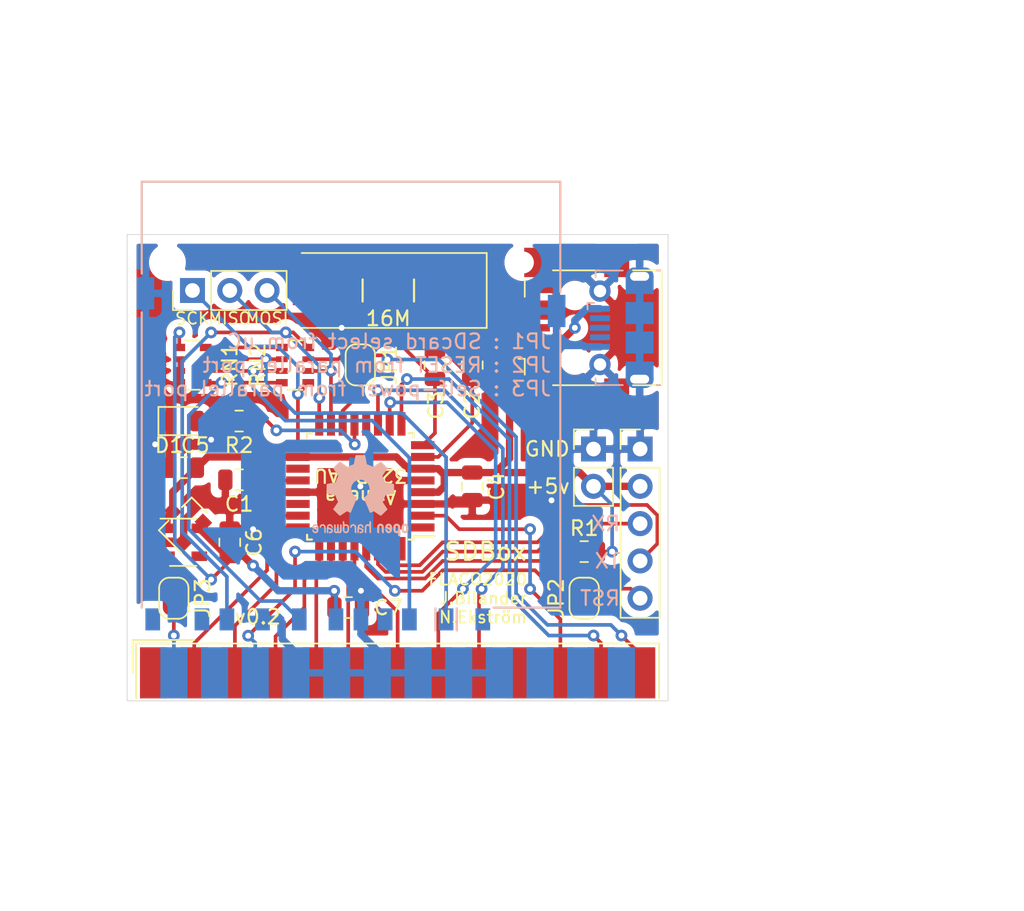
<source format=kicad_pcb>
(kicad_pcb (version 20171130) (host pcbnew 5.1.10-88a1d61d58~89~ubuntu20.04.1)
  (title_block (title "SDBox - Amiga Parallel port SDcard reader") (date 2020-06-25) (rev 0.2) (company "FLACO 2020") (comment 1 "Original design and software of SDBox by jbilander and niklasekstrom") (comment 2 https://github.com/jbilander/sdbox) (comment 3 "This is a personal recreation of the board using SMD parts instead of modules") (comment 4 "Same license as original : GPL3.0 license on Gitbub but marked as OSHW on PCB"))
  (layers (0 F.Cu signal) (31 B.Cu signal) (34 B.Paste user) (35 F.Paste user) (36 B.SilkS user) (37 F.SilkS user) (38 B.Mask user) (39 F.Mask user) (44 Edge.Cuts user))
  (net 0 "")
  (net 1 GND)
  (net 2 "Net-(C1-Pad1)")
  (net 3 "Net-(C2-Pad2)")
  (net 4 "Net-(C3-Pad2)")
  (net 5 +5V)
  (net 6 +3V3)
  (net 7 "Net-(D1-Pad2)")
  (net 8 /RESET)
  (net 9 /Amiga5V)
  (net 10 /SS)
  (net 11 /CLOCK)
  (net 12 /IDLE)
  (net 13 /D7)
  (net 14 /D6)
  (net 15 /D5)
  (net 16 /D4)
  (net 17 /D3)
  (net 18 /D2)
  (net 19 /D1)
  (net 20 /D0)
  (net 21 /TX)
  (net 22 /RX)
  (net 23 /MOSI)
  (net 24 /SCK)
  (net 25 /MISO)
  (net 26 "Net-(JP1-Pad1)")
  (net 27 "Net-(J3-Pad2)")
  (net 28 "Net-(RN1-Pad8)")
  (net 29 "Net-(J1-Pad16)")
  (net 30 /LED)
  (net 31 "Net-(J1-Pad25)")
  (net 32 "Net-(J1-Pad24)")
  (net 33 "Net-(J1-Pad23)")
  (net 34 "Net-(J1-Pad15)")
  (net 35 "Net-(J1-Pad10)")
  (net 36 "Net-(J1-Pad1)")
  (net 37 "Net-(J4-Pad3)")
  (net 38 "Net-(J4-Pad4)")
  (net 39 "Net-(J4-Pad2)")
  (net 40 "Net-(U1-Pad32)")
  (net 41 "Net-(U1-Pad22)")
  (net 42 "Net-(U1-Pad19)")
  (net 43 "Net-(U1-Pad12)")
  (net 44 "Net-(U1-Pad1)")
  (net 45 "Net-(U2-Pad4)")
  (net 46 "Net-(J2-Pad10)")
  (net 47 "Net-(J2-Pad2)")
  (net 48 "Net-(J2-Pad9)")
  (net 49 "Net-(J2-Pad5)")
  (net 50 "Net-(J2-Pad1)")
  (net 51 "Net-(J2-Pad11)")
  (net 52 "Net-(J2-Pad8)")
  (net 53 "Net-(J3-Pad4)")
  (net 54 "Net-(J3-Pad3)")
  (module Connector_PinHeader_2.54mm:PinHeader_1x03_P2.54mm_Vertical (layer F.Cu) (at 113.03 75.565 90)
    (fp_text reference J7 hide)
    (fp_text value PROG)
    (pad 3 thru_hole oval (at 0 5.08 90) (size 1.7 1.7) (drill 1) (layers *.Cu *.Mask) (net 23 /MOSI))
    (pad 2 thru_hole oval (at 0 2.54 90) (size 1.7 1.7) (drill 1) (layers *.Cu *.Mask) (net 25 /MISO))
    (pad 1 thru_hole rect (at 0 0 90) (size 1.7 1.7) (drill 1) (layers *.Cu *.Mask) (net 24 /SCK))
  )
  (module Package_TO_SOT_SMD:SOT-23 (layer F.Cu) (at 112.395 91.313 135)
    (fp_text reference U20 hide)
    (fp_text value XC6206PxxxMR)
    (pad 3 smd rect (at 1 0 135) (size 0.9 0.8) (layers F.Cu F.Paste F.Mask) (net 5 +5V))
    (pad 2 smd rect (at -1 0.95 135) (size 0.9 0.8) (layers F.Cu F.Paste F.Mask) (net 6 +3V3))
    (pad 1 smd rect (at -1 -0.95 135) (size 0.9 0.8) (layers F.Cu F.Paste F.Mask) (net 1 GND))
  )
  (module Sassa:MURATA_CSTCE (layer F.Cu) (at 126.365 75.565 180)
    (fp_text reference Y2 hide)
    (fp_text value 16M)
    (pad 1 smd rect (at -1.2 0 180) (size 0.4 1.9) (layers F.Cu F.Paste F.Mask) (net 3 "Net-(C2-Pad2)"))
    (pad 3 smd rect (at 1.2 0 180) (size 0.4 1.9) (layers F.Cu F.Paste F.Mask) (net 4 "Net-(C3-Pad2)"))
    (pad 2 smd rect (at 0 0 180) (size 0.4 1.9) (layers F.Cu F.Paste F.Mask) (net 1 GND))
  )
  (module Resistor_SMD:R_Array_Convex_4x0603 (layer F.Cu) (at 120.015 80.645 180)
    (fp_text reference RN2 (at 2.54 0 90 unlocked) (layer F.SilkS))
    (fp_text value 4k7)
    (pad 5 smd rect (at 0.9 1.2 180) (size 0.8 0.5) (layers F.Cu F.Paste F.Mask) (net 28 "Net-(RN1-Pad8)"))
    (pad 6 smd rect (at 0.9 0.4 180) (size 0.8 0.4) (layers F.Cu F.Paste F.Mask) (net 50 "Net-(J2-Pad1)"))
    (pad 8 smd rect (at 0.9 -1.2 180) (size 0.8 0.5) (layers F.Cu F.Paste F.Mask) (net 49 "Net-(J2-Pad5)"))
    (pad 7 smd rect (at 0.9 -0.4 180) (size 0.8 0.4) (layers F.Cu F.Paste F.Mask) (net 47 "Net-(J2-Pad2)"))
    (pad 4 smd rect (at -0.9 1.2 180) (size 0.8 0.5) (layers F.Cu F.Paste F.Mask) (net 25 /MISO))
    (pad 2 smd rect (at -0.9 -0.4 180) (size 0.8 0.4) (layers F.Cu F.Paste F.Mask) (net 23 /MOSI))
    (pad 3 smd rect (at -0.9 0.4 180) (size 0.8 0.4) (layers F.Cu F.Paste F.Mask) (net 10 /SS))
    (pad 1 smd rect (at -0.9 -1.2 180) (size 0.8 0.5) (layers F.Cu F.Paste F.Mask) (net 24 /SCK))
  )
  (module Symbol:OSHW-Logo2_7.3x6mm_SilkScreen (layer B.Cu) (at 124.46 89.535 180)
    (fp_text reference FID1 hide)
    (fp_text value License hide)
  )
  (module Jumper:SolderJumper-2_P1.3mm_Bridged_RoundedPad1.0x1.5mm (layer F.Cu) (at 139.7 96.52 270)
    (fp_text reference JP2 (at 0 1.905 90 unlocked) (layer F.SilkS))
    (fp_text value RESET)
    (fp_poly (pts (xy 0.25 -0.3) (xy -0.25 -0.3) (xy -0.25 0.3) (xy 0.25 0.3)) (layer F.Cu) (width 0))
    (pad 1 smd custom (at -0.65 0 270) (size 1 0.5) (layers F.Cu F.Mask) (net 8 /RESET) (options (clearance outline) (anchor rect)) (primitives (gr_circle (center 0 0.25) (end 0.5 0.25) (width 0)) (gr_circle (center 0 -0.25) (end 0.5 -0.25) (width 0)) (gr_poly (pts (xy 0 -0.75) (xy 0.5 -0.75) (xy 0.5 0.75) (xy 0 0.75)) (width 0))))
    (pad 2 smd custom (at 0.65 0 270) (size 1 0.5) (layers F.Cu F.Mask) (net 29 "Net-(J1-Pad16)") (options (clearance outline) (anchor rect)) (primitives (gr_circle (center 0 0.25) (end 0.5 0.25) (width 0)) (gr_circle (center 0 -0.25) (end 0.5 -0.25) (width 0)) (gr_poly (pts (xy 0 -0.75) (xy -0.5 -0.75) (xy -0.5 0.75) (xy 0 0.75)) (width 0))))
  )
  (module Resistor_SMD:R_Array_Convex_4x0603 (layer F.Cu) (at 113.03 80.645)
    (fp_text reference RN1 (at 2.54 0 90 unlocked) (layer F.SilkS))
    (fp_text value 6k8)
    (pad 5 smd rect (at 0.9 1.2) (size 0.8 0.5) (layers F.Cu F.Paste F.Mask) (net 49 "Net-(J2-Pad5)"))
    (pad 6 smd rect (at 0.9 0.4) (size 0.8 0.4) (layers F.Cu F.Paste F.Mask) (net 47 "Net-(J2-Pad2)"))
    (pad 8 smd rect (at 0.9 -1.2) (size 0.8 0.5) (layers F.Cu F.Paste F.Mask) (net 28 "Net-(RN1-Pad8)"))
    (pad 7 smd rect (at 0.9 -0.4) (size 0.8 0.4) (layers F.Cu F.Paste F.Mask) (net 50 "Net-(J2-Pad1)"))
    (pad 4 smd rect (at -0.9 1.2) (size 0.8 0.5) (layers F.Cu F.Paste F.Mask) (net 1 GND))
    (pad 2 smd rect (at -0.9 -0.4) (size 0.8 0.4) (layers F.Cu F.Paste F.Mask) (net 1 GND))
    (pad 3 smd rect (at -0.9 0.4) (size 0.8 0.4) (layers F.Cu F.Paste F.Mask) (net 1 GND))
    (pad 1 smd rect (at -0.9 -1.2) (size 0.8 0.5) (layers F.Cu F.Paste F.Mask) (net 6 +3V3))
  )
  (module Crystal:Crystal_SMD_HC49-SD (layer F.Cu) (at 126.365 75.565 180)
    (fp_text reference Y1 hide)
    (fp_text value 16M)
    (pad 2 smd rect (at 4.25 0 180) (size 4.5 2) (layers F.Cu F.Paste F.Mask) (net 4 "Net-(C3-Pad2)"))
    (pad 1 smd rect (at -4.25 0 180) (size 4.5 2) (layers F.Cu F.Paste F.Mask) (net 3 "Net-(C2-Pad2)"))
  )
  (module Package_TO_SOT_SMD:SOT-23-5 (layer F.Cu) (at 112.395 92.71)
    (fp_text reference U2 hide)
    (fp_text value SPX3819M5-L-3-3)
    (pad 5 smd rect (at 1.1 -0.95) (size 1.06 0.65) (layers F.Cu F.Paste F.Mask) (net 6 +3V3))
    (pad 4 smd rect (at 1.1 0.95) (size 1.06 0.65) (layers F.Cu F.Paste F.Mask) (net 45 "Net-(U2-Pad4)"))
    (pad 3 smd rect (at -1.1 0.95) (size 1.06 0.65) (layers F.Cu F.Paste F.Mask) (net 5 +5V))
    (pad 2 smd rect (at -1.1 0) (size 1.06 0.65) (layers F.Cu F.Paste F.Mask) (net 1 GND))
    (pad 1 smd rect (at -1.1 -0.95) (size 1.06 0.65) (layers F.Cu F.Paste F.Mask) (net 5 +5V))
  )
  (module Package_QFP:TQFP-32_7x7mm_P0.8mm (layer F.Cu) (at 124.46 88.9 180)
    (fp_text reference U1 hide)
    (fp_text value ATmega328-AU)
    (pad 32 smd rect (at -2.8 -4.25 270) (size 1.6 0.55) (layers F.Cu F.Paste F.Mask) (net 40 "Net-(U1-Pad32)"))
    (pad 31 smd rect (at -2 -4.25 270) (size 1.6 0.55) (layers F.Cu F.Paste F.Mask) (net 21 /TX))
    (pad 30 smd rect (at -1.2 -4.25 270) (size 1.6 0.55) (layers F.Cu F.Paste F.Mask) (net 22 /RX))
    (pad 29 smd rect (at -0.4 -4.25 270) (size 1.6 0.55) (layers F.Cu F.Paste F.Mask) (net 8 /RESET))
    (pad 28 smd rect (at 0.4 -4.25 270) (size 1.6 0.55) (layers F.Cu F.Paste F.Mask) (net 15 /D5))
    (pad 27 smd rect (at 1.2 -4.25 270) (size 1.6 0.55) (layers F.Cu F.Paste F.Mask) (net 16 /D4))
    (pad 26 smd rect (at 2 -4.25 270) (size 1.6 0.55) (layers F.Cu F.Paste F.Mask) (net 17 /D3))
    (pad 25 smd rect (at 2.8 -4.25 270) (size 1.6 0.55) (layers F.Cu F.Paste F.Mask) (net 18 /D2))
    (pad 24 smd rect (at 4.25 -2.8 180) (size 1.6 0.55) (layers F.Cu F.Paste F.Mask) (net 19 /D1))
    (pad 23 smd rect (at 4.25 -2 180) (size 1.6 0.55) (layers F.Cu F.Paste F.Mask) (net 20 /D0))
    (pad 22 smd rect (at 4.25 -1.2 180) (size 1.6 0.55) (layers F.Cu F.Paste F.Mask) (net 41 "Net-(U1-Pad22)"))
    (pad 21 smd rect (at 4.25 -0.4 180) (size 1.6 0.55) (layers F.Cu F.Paste F.Mask) (net 1 GND))
    (pad 20 smd rect (at 4.25 0.4 180) (size 1.6 0.55) (layers F.Cu F.Paste F.Mask) (net 2 "Net-(C1-Pad1)"))
    (pad 19 smd rect (at 4.25 1.2 180) (size 1.6 0.55) (layers F.Cu F.Paste F.Mask) (net 42 "Net-(U1-Pad19)"))
    (pad 18 smd rect (at 4.25 2 180) (size 1.6 0.55) (layers F.Cu F.Paste F.Mask) (net 5 +5V))
    (pad 17 smd rect (at 4.25 2.8 180) (size 1.6 0.55) (layers F.Cu F.Paste F.Mask) (net 24 /SCK))
    (pad 16 smd rect (at 2.8 4.25 270) (size 1.6 0.55) (layers F.Cu F.Paste F.Mask) (net 25 /MISO))
    (pad 15 smd rect (at 2 4.25 270) (size 1.6 0.55) (layers F.Cu F.Paste F.Mask) (net 23 /MOSI))
    (pad 14 smd rect (at 1.2 4.25 270) (size 1.6 0.55) (layers F.Cu F.Paste F.Mask) (net 26 "Net-(JP1-Pad1)"))
    (pad 13 smd rect (at 0.4 4.25 270) (size 1.6 0.55) (layers F.Cu F.Paste F.Mask) (net 30 /LED))
    (pad 12 smd rect (at -0.4 4.25 270) (size 1.6 0.55) (layers F.Cu F.Paste F.Mask) (net 43 "Net-(U1-Pad12)"))
    (pad 11 smd rect (at -1.2 4.25 270) (size 1.6 0.55) (layers F.Cu F.Paste F.Mask) (net 13 /D7))
    (pad 10 smd rect (at -2 4.25 270) (size 1.6 0.55) (layers F.Cu F.Paste F.Mask) (net 14 /D6))
    (pad 9 smd rect (at -2.8 4.25 270) (size 1.6 0.55) (layers F.Cu F.Paste F.Mask) (net 11 /CLOCK))
    (pad 8 smd rect (at -4.25 2.8 180) (size 1.6 0.55) (layers F.Cu F.Paste F.Mask) (net 4 "Net-(C3-Pad2)"))
    (pad 7 smd rect (at -4.25 2 180) (size 1.6 0.55) (layers F.Cu F.Paste F.Mask) (net 3 "Net-(C2-Pad2)"))
    (pad 6 smd rect (at -4.25 1.2 180) (size 1.6 0.55) (layers F.Cu F.Paste F.Mask) (net 5 +5V))
    (pad 5 smd rect (at -4.25 0.4 180) (size 1.6 0.55) (layers F.Cu F.Paste F.Mask) (net 1 GND))
    (pad 4 smd rect (at -4.25 -0.4 180) (size 1.6 0.55) (layers F.Cu F.Paste F.Mask) (net 5 +5V))
    (pad 3 smd rect (at -4.25 -1.2 180) (size 1.6 0.55) (layers F.Cu F.Paste F.Mask) (net 1 GND))
    (pad 2 smd rect (at -4.25 -2 180) (size 1.6 0.55) (layers F.Cu F.Paste F.Mask) (net 12 /IDLE))
    (pad 1 smd rect (at -4.25 -2.8 180) (size 1.6 0.55) (layers F.Cu F.Paste F.Mask) (net 44 "Net-(U1-Pad1)"))
  )
  (module Resistor_SMD:R_0805_2012Metric (layer F.Cu) (at 116.205 84.455 180)
    (fp_text reference R2 (at 0 -1.651 unlocked) (layer F.SilkS))
    (fp_text value 330)
    (pad 2 smd roundrect (at 0.9375 0 180) (size 0.975 1.4) (layers F.Cu F.Paste F.Mask) (net 7 "Net-(D1-Pad2)"))
    (pad 1 smd roundrect (at -0.9375 0 180) (size 0.975 1.4) (layers F.Cu F.Paste F.Mask) (net 30 /LED))
  )
  (module Resistor_SMD:R_0805_2012Metric (layer F.Cu) (at 139.7 93.345 180)
    (fp_text reference R1 (at 0 1.5875 unlocked) (layer F.SilkS))
    (fp_text value 4k7)
    (pad 2 smd roundrect (at 0.9375 0 180) (size 0.975 1.4) (layers F.Cu F.Paste F.Mask) (net 8 /RESET))
    (pad 1 smd roundrect (at -0.9375 0 180) (size 0.975 1.4) (layers F.Cu F.Paste F.Mask) (net 5 +5V))
  )
  (module Jumper:SolderJumper-2_P1.3mm_Open_RoundedPad1.0x1.5mm (layer F.Cu) (at 111.76 96.52 270)
    (fp_text reference JP3 (at 0 -1.9685 90 unlocked) (layer F.SilkS))
    (fp_text value Self_Power)
    (pad 2 smd custom (at 0.65 0 270) (size 1 0.5) (layers F.Cu F.Mask) (net 9 /Amiga5V) (options (clearance outline) (anchor rect)) (primitives (gr_circle (center 0 0.25) (end 0.5 0.25) (width 0)) (gr_circle (center 0 -0.25) (end 0.5 -0.25) (width 0)) (gr_poly (pts (xy 0 -0.75) (xy -0.5 -0.75) (xy -0.5 0.75) (xy 0 0.75)) (width 0))))
    (pad 1 smd custom (at -0.65 0 270) (size 1 0.5) (layers F.Cu F.Mask) (net 5 +5V) (options (clearance outline) (anchor rect)) (primitives (gr_circle (center 0 0.25) (end 0.5 0.25) (width 0)) (gr_circle (center 0 -0.25) (end 0.5 -0.25) (width 0)) (gr_poly (pts (xy 0 -0.75) (xy 0.5 -0.75) (xy 0.5 0.75) (xy 0 0.75)) (width 0))))
  )
  (module Jumper:SolderJumper-2_P1.3mm_Open_RoundedPad1.0x1.5mm (layer F.Cu) (at 124.46 80.63 90)
    (fp_text reference JP1 (at 0 1.9685 90 unlocked) (layer F.SilkS))
    (fp_text value SS)
    (pad 2 smd custom (at 0.65 0 90) (size 1 0.5) (layers F.Cu F.Mask) (net 10 /SS) (options (clearance outline) (anchor rect)) (primitives (gr_circle (center 0 0.25) (end 0.5 0.25) (width 0)) (gr_circle (center 0 -0.25) (end 0.5 -0.25) (width 0)) (gr_poly (pts (xy 0 -0.75) (xy -0.5 -0.75) (xy -0.5 0.75) (xy 0 0.75)) (width 0))))
    (pad 1 smd custom (at -0.65 0 90) (size 1 0.5) (layers F.Cu F.Mask) (net 26 "Net-(JP1-Pad1)") (options (clearance outline) (anchor rect)) (primitives (gr_circle (center 0 0.25) (end 0.5 0.25) (width 0)) (gr_circle (center 0 -0.25) (end 0.5 -0.25) (width 0)) (gr_poly (pts (xy 0 -0.75) (xy 0.5 -0.75) (xy 0.5 0.75) (xy 0 0.75)) (width 0))))
  )
  (module Connector_PinHeader_2.54mm:PinHeader_1x02_P2.54mm_Vertical (layer F.Cu) (at 140.335 86.36)
    (fp_text reference J5 hide)
    (fp_text value POWER)
    (pad 2 thru_hole oval (at 0 2.54) (size 1.7 1.7) (drill 1) (layers *.Cu *.Mask) (net 5 +5V))
    (pad 1 thru_hole rect (at 0 0) (size 1.7 1.7) (drill 1) (layers *.Cu *.Mask) (net 1 GND))
  )
  (module Connector_USB:USB_Mini-B_Lumberg_2486_01_Horizontal (layer F.Cu) (at 139.065 78.105 90)
    (fp_text reference J3 hide)
    (fp_text value USB_B_Mini)
    (pad "" np_thru_hole circle (at 2.2 0 90) (size 1 1) (drill 1) (layers *.Cu *.Mask))
    (pad "" np_thru_hole circle (at -2.2 0 90) (size 1 1) (drill 1) (layers *.Cu *.Mask))
    (pad 6 smd rect (at 4.45 2.85 90) (size 2 1.7) (layers F.Cu F.Paste F.Mask) (net 1 GND))
    (pad 6 smd rect (at 4.45 -2.6 90) (size 2 1.7) (layers F.Cu F.Paste F.Mask) (net 1 GND))
    (pad 6 smd rect (at -4.45 2.85 90) (size 2 1.7) (layers F.Cu F.Paste F.Mask) (net 1 GND))
    (pad 6 smd rect (at -4.45 -2.6 90) (size 2 1.7) (layers F.Cu F.Paste F.Mask) (net 1 GND))
    (pad 5 smd rect (at 1.6 -2.7 90) (size 0.5 2) (layers F.Cu F.Paste F.Mask) (net 1 GND))
    (pad 4 smd rect (at 0.8 -2.7 90) (size 0.5 2) (layers F.Cu F.Paste F.Mask) (net 53 "Net-(J3-Pad4)"))
    (pad 3 smd rect (at 0 -2.7 90) (size 0.5 2) (layers F.Cu F.Paste F.Mask) (net 54 "Net-(J3-Pad3)"))
    (pad 2 smd rect (at -0.8 -2.7 90) (size 0.5 2) (layers F.Cu F.Paste F.Mask) (net 27 "Net-(J3-Pad2)"))
    (pad 1 smd rect (at -1.6 -2.7 90) (size 0.5 2) (layers F.Cu F.Paste F.Mask) (net 5 +5V))
  )
  (module Connector_USB:USB_Micro-B_Molex-105017-0001 (layer B.Cu) (at 142.24 78.105 270)
    (fp_text reference J4 hide)
    (fp_text value USB_B_Micro)
    (pad 6 smd rect (at -2.9 -1.2375 270) (size 1.2 1.9) (layers B.Cu B.Mask) (net 1 GND))
    (pad 6 smd rect (at 2.9 -1.2375 270) (size 1.2 1.9) (layers B.Cu B.Mask) (net 1 GND))
    (pad 6 thru_hole oval (at 3.5 -1.2375 270) (size 1.2 1.9) (drill oval 0.6 1.3) (layers *.Cu *.Mask) (net 1 GND))
    (pad 6 thru_hole oval (at -3.5 -1.2375 90) (size 1.2 1.9) (drill oval 0.6 1.3) (layers *.Cu *.Mask) (net 1 GND))
    (pad 6 smd rect (at -1 -1.2375 270) (size 1.5 1.9) (layers B.Cu B.Paste B.Mask) (net 1 GND))
    (pad 6 thru_hole circle (at 2.5 1.4625 270) (size 1.45 1.45) (drill 0.85) (layers *.Cu *.Mask) (net 1 GND))
    (pad 3 smd rect (at 0 1.4625 270) (size 0.4 1.35) (layers B.Cu B.Paste B.Mask) (net 37 "Net-(J4-Pad3)"))
    (pad 4 smd rect (at 0.65 1.4625 270) (size 0.4 1.35) (layers B.Cu B.Paste B.Mask) (net 38 "Net-(J4-Pad4)"))
    (pad 5 smd rect (at 1.3 1.4625 270) (size 0.4 1.35) (layers B.Cu B.Paste B.Mask) (net 1 GND))
    (pad 1 smd rect (at -1.3 1.4625 270) (size 0.4 1.35) (layers B.Cu B.Paste B.Mask) (net 5 +5V))
    (pad 2 smd rect (at -0.65 1.4625 270) (size 0.4 1.35) (layers B.Cu B.Paste B.Mask) (net 39 "Net-(J4-Pad2)"))
    (pad 6 thru_hole circle (at -2.5 1.4625 270) (size 1.45 1.45) (drill 0.85) (layers *.Cu *.Mask) (net 1 GND))
    (pad 6 smd rect (at 1 -1.2375 270) (size 1.5 1.9) (layers B.Cu B.Paste B.Mask) (net 1 GND))
  )
  (module Sassa:Conn_SDcard (layer B.Cu) (at 123.825 73.66)
    (fp_text reference J2)
    (fp_text value SD_Card)
    (pad 10 smd rect (at 2.325 24.3) (size 1 1.5) (layers B.Cu B.Paste B.Mask) (net 46 "Net-(J2-Pad10)"))
    (pad "" np_thru_hole circle (at -12.5 0) (size 1.5 1.5) (drill 1.5) (layers *.Cu *.Mask))
    (pad "" np_thru_hole circle (at 11.7 0) (size 1.5 1.5) (drill 1.5) (layers *.Cu *.Mask))
    (pad 2 smd rect (at 3.975 24.3) (size 1 1.5) (layers B.Cu B.Paste B.Mask) (net 47 "Net-(J2-Pad2)"))
    (pad 9 smd rect (at 8.975 24.3) (size 1 1.5) (layers B.Cu B.Paste B.Mask) (net 48 "Net-(J2-Pad9)"))
    (pad 3 smd rect (at 0.675 24.3) (size 1 1.5) (layers B.Cu B.Paste B.Mask) (net 1 GND))
    (pad 4 smd rect (at -1.025 24.3) (size 1 1.5) (layers B.Cu B.Paste B.Mask) (net 6 +3V3))
    (pad 5 smd rect (at -3.525 24.3) (size 1 1.5) (layers B.Cu B.Paste B.Mask) (net 49 "Net-(J2-Pad5)"))
    (pad 7 smd rect (at -8.45 24.3) (size 1 1.5) (layers B.Cu B.Paste B.Mask) (net 25 /MISO))
    (pad 6 smd rect (at -6.025 24.3) (size 1 1.5) (layers B.Cu B.Paste B.Mask) (net 1 GND))
    (pad 1 smd rect (at 6.475 24.3) (size 1 1.5) (layers B.Cu B.Paste B.Mask) (net 50 "Net-(J2-Pad1)"))
    (pad 11 smd rect (at -13.5 24.3) (size 1 1.5) (layers B.Cu B.Paste B.Mask) (net 51 "Net-(J2-Pad11)"))
    (pad 12 smd rect (at -14 2.1) (size 1.2 2.2) (layers B.Cu B.Paste B.Mask) (net 1 GND))
    (pad 13 smd rect (at 14 3.3) (size 1.2 2.2) (layers B.Cu B.Paste B.Mask) (net 1 GND))
    (pad 8 smd rect (at -10.15 24.3) (size 1 1.5) (layers B.Cu B.Paste B.Mask) (net 52 "Net-(J2-Pad8)"))
  )
  (module Connector_PinHeader_2.54mm:PinHeader_1x05_P2.54mm_Vertical (layer F.Cu) (at 143.51 86.36)
    (fp_text reference J6 hide)
    (fp_text value PROG)
    (pad 5 thru_hole oval (at 0 10.16) (size 1.7 1.7) (drill 1) (layers *.Cu *.Mask) (net 8 /RESET))
    (pad 4 thru_hole oval (at 0 7.62) (size 1.7 1.7) (drill 1) (layers *.Cu *.Mask) (net 21 /TX))
    (pad 3 thru_hole oval (at 0 5.08) (size 1.7 1.7) (drill 1) (layers *.Cu *.Mask) (net 22 /RX))
    (pad 2 thru_hole oval (at 0 2.54) (size 1.7 1.7) (drill 1) (layers *.Cu *.Mask) (net 5 +5V))
    (pad 1 thru_hole rect (at 0 0) (size 1.7 1.7) (drill 1) (layers *.Cu *.Mask) (net 1 GND))
  )
  (module Connector_Dsub:DSUB-25_Male_EdgeMount_P2.77mm (layer F.Cu) (at 127 101.6)
    (fp_text reference J1 hide)
    (fp_text value "Amiga Parallel port")
    (pad 25 smd rect (at 15.235 0) (size 1.846667 3.48) (layers B.Cu B.Paste B.Mask) (net 31 "Net-(J1-Pad25)"))
    (pad 24 smd rect (at 12.465 0) (size 1.846667 3.48) (layers B.Cu B.Paste B.Mask) (net 32 "Net-(J1-Pad24)"))
    (pad 23 smd rect (at 9.695 0) (size 1.846667 3.48) (layers B.Cu B.Paste B.Mask) (net 33 "Net-(J1-Pad23)"))
    (pad 22 smd rect (at 6.925 0) (size 1.846667 3.48) (layers B.Cu B.Paste B.Mask) (net 1 GND))
    (pad 21 smd rect (at 4.155 0) (size 1.846667 3.48) (layers B.Cu B.Paste B.Mask) (net 1 GND))
    (pad 20 smd rect (at 1.385 0) (size 1.846667 3.48) (layers B.Cu B.Paste B.Mask) (net 1 GND))
    (pad 19 smd rect (at -1.385 0) (size 1.846667 3.48) (layers B.Cu B.Paste B.Mask) (net 1 GND))
    (pad 18 smd rect (at -4.155 0) (size 1.846667 3.48) (layers B.Cu B.Paste B.Mask) (net 1 GND))
    (pad 17 smd rect (at -6.925 0) (size 1.846667 3.48) (layers B.Cu B.Paste B.Mask) (net 1 GND))
    (pad 16 smd rect (at -9.695 0) (size 1.846667 3.48) (layers B.Cu B.Paste B.Mask) (net 29 "Net-(J1-Pad16)"))
    (pad 15 smd rect (at -12.465 0) (size 1.846667 3.48) (layers B.Cu B.Paste B.Mask) (net 34 "Net-(J1-Pad15)"))
    (pad 14 smd rect (at -15.235 0) (size 1.846667 3.48) (layers B.Cu B.Paste B.Mask) (net 9 /Amiga5V))
    (pad 13 smd rect (at 16.62 0) (size 1.846667 3.48) (layers F.Cu F.Paste F.Mask) (net 10 /SS))
    (pad 12 smd rect (at 13.85 0) (size 1.846667 3.48) (layers F.Cu F.Paste F.Mask) (net 11 /CLOCK))
    (pad 11 smd rect (at 11.08 0) (size 1.846667 3.48) (layers F.Cu F.Paste F.Mask) (net 12 /IDLE))
    (pad 10 smd rect (at 8.31 0) (size 1.846667 3.48) (layers F.Cu F.Paste F.Mask) (net 35 "Net-(J1-Pad10)"))
    (pad 9 smd rect (at 5.54 0) (size 1.846667 3.48) (layers F.Cu F.Paste F.Mask) (net 13 /D7))
    (pad 8 smd rect (at 2.77 0) (size 1.846667 3.48) (layers F.Cu F.Paste F.Mask) (net 14 /D6))
    (pad 7 smd rect (at 0 0) (size 1.846667 3.48) (layers F.Cu F.Paste F.Mask) (net 15 /D5))
    (pad 6 smd rect (at -2.77 0) (size 1.846667 3.48) (layers F.Cu F.Paste F.Mask) (net 16 /D4))
    (pad 5 smd rect (at -5.54 0) (size 1.846667 3.48) (layers F.Cu F.Paste F.Mask) (net 17 /D3))
    (pad 4 smd rect (at -8.31 0) (size 1.846667 3.48) (layers F.Cu F.Paste F.Mask) (net 18 /D2))
    (pad 3 smd rect (at -11.08 0) (size 1.846667 3.48) (layers F.Cu F.Paste F.Mask) (net 19 /D1))
    (pad 2 smd rect (at -13.85 0) (size 1.846667 3.48) (layers F.Cu F.Paste F.Mask) (net 20 /D0))
    (pad 1 smd rect (at -16.62 0) (size 1.846667 3.48) (layers F.Cu F.Paste F.Mask) (net 36 "Net-(J1-Pad1)"))
  )
  (module LED_SMD:LED_0805_2012Metric (layer F.Cu) (at 112.395 84.455)
    (fp_text reference D1 (at -0.9525 1.651 unlocked) (layer F.SilkS))
    (fp_text value LED)
    (pad 2 smd roundrect (at 0.9375 0) (size 0.975 1.4) (layers F.Cu F.Paste F.Mask) (net 7 "Net-(D1-Pad2)"))
    (pad 1 smd roundrect (at -0.9375 0) (size 0.975 1.4) (layers F.Cu F.Paste F.Mask) (net 1 GND))
  )
  (module Capacitor_SMD:C_0805_2012Metric (layer F.Cu) (at 123.6345 97.155)
    (fp_text reference C7 (at 2.7305 0 unlocked) (layer F.SilkS))
    (fp_text value 100n)
    (pad 2 smd roundrect (at 0.9375 0) (size 0.975 1.4) (layers F.Cu F.Paste F.Mask) (net 1 GND))
    (pad 1 smd roundrect (at -0.9375 0) (size 0.975 1.4) (layers F.Cu F.Paste F.Mask) (net 6 +3V3))
  )
  (module Capacitor_SMD:C_0805_2012Metric (layer F.Cu) (at 115.57 92.71 90)
    (fp_text reference C6 (at 0 1.651 90 unlocked) (layer F.SilkS))
    (fp_text value 10u)
    (pad 2 smd roundrect (at 0.9375 0 90) (size 0.975 1.4) (layers F.Cu F.Paste F.Mask) (net 1 GND))
    (pad 1 smd roundrect (at -0.9375 0 90) (size 0.975 1.4) (layers F.Cu F.Paste F.Mask) (net 6 +3V3))
  )
  (module Capacitor_SMD:C_0805_2012Metric (layer F.Cu) (at 112.395 87.63 180)
    (fp_text reference C5 (at -0.8255 1.524 unlocked) (layer F.SilkS))
    (fp_text value 10u)
    (pad 2 smd roundrect (at 0.9375 0 180) (size 0.975 1.4) (layers F.Cu F.Paste F.Mask) (net 1 GND))
    (pad 1 smd roundrect (at -0.9375 0 180) (size 0.975 1.4) (layers F.Cu F.Paste F.Mask) (net 5 +5V))
  )
  (module Capacitor_SMD:C_0805_2012Metric (layer F.Cu) (at 132.08 88.9 270)
    (fp_text reference C4 (at 0 -1.65 90 unlocked) (layer F.SilkS))
    (fp_text value 100n)
    (pad 2 smd roundrect (at 0.9375 0 270) (size 0.975 1.4) (layers F.Cu F.Paste F.Mask) (net 1 GND))
    (pad 1 smd roundrect (at -0.9375 0 270) (size 0.975 1.4) (layers F.Cu F.Paste F.Mask) (net 5 +5V))
  )
  (module Capacitor_SMD:C_0805_2012Metric (layer F.Cu) (at 129.54 80.645 270)
    (fp_text reference C3 (at 2.7305 -0.0635 90 unlocked) (layer F.SilkS))
    (fp_text value 22pf)
    (pad 2 smd roundrect (at 0.9375 0 270) (size 0.975 1.4) (layers F.Cu F.Paste F.Mask) (net 4 "Net-(C3-Pad2)"))
    (pad 1 smd roundrect (at -0.9375 0 270) (size 0.975 1.4) (layers F.Cu F.Paste F.Mask) (net 1 GND))
  )
  (module Capacitor_SMD:C_0805_2012Metric (layer F.Cu) (at 132.08 80.645 270)
    (fp_text reference C2 (at 2.7305 0 90 unlocked) (layer F.SilkS))
    (fp_text value 22pf)
    (pad 2 smd roundrect (at 0.9375 0 270) (size 0.975 1.4) (layers F.Cu F.Paste F.Mask) (net 3 "Net-(C2-Pad2)"))
    (pad 1 smd roundrect (at -0.9375 0 270) (size 0.975 1.4) (layers F.Cu F.Paste F.Mask) (net 1 GND))
  )
  (module Capacitor_SMD:C_0805_2012Metric (layer F.Cu) (at 116.205 88.4555 180)
    (fp_text reference C1 (at 0 -1.65 unlocked) (layer F.SilkS))
    (fp_text value 100n)
    (pad 2 smd roundrect (at 0.9375 0 180) (size 0.975 1.4) (layers F.Cu F.Paste F.Mask) (net 1 GND))
    (pad 1 smd roundrect (at -0.9375 0 180) (size 0.975 1.4) (layers F.Cu F.Paste F.Mask) (net 2 "Net-(C1-Pad1)"))
  )
  (gr_text MOSI (at 118.11 77.47) (layer F.SilkS) (effects (font (size 0.8 0.8) (thickness 0.12))))
  (gr_text MISO (at 115.57 77.47) (layer F.SilkS) (effects (font (size 0.8 0.8) (thickness 0.12))))
  (gr_text SCK (at 113.03 77.47) (layer F.SilkS) (effects (font (size 0.8 0.8) (thickness 0.12))))
  (gr_text "JP1 : SDcard select from uC\nJP2 : RESET from parallel port\nJP3 : Self-power from parallel port" (at 137.541 80.645) (layer B.SilkS) (effects (font (size 1 1)) (justify left mirror)))
  (gr_text 16M (at 126.365 77.47) (layer F.SilkS) (effects (font (size 1 1))))
  (gr_text "Atmega\n328P-AU" (at 124.46 88.9 180) (layer F.SilkS) (effects (font (size 0.9 0.9))))
  (gr_text v0.2 (at 117.475 97.79) (layer F.SilkS) (effects (font (size 1 1))))
  (gr_text "FLACO2020\nJ.Bilander\nN.Ekström" (at 135.89 96.52) (layer F.SilkS) (effects (font (size 0.8 0.8) (thickness 0.13)) (justify right)))
  (gr_text SDBox (at 135.89 93.345) (layer F.SilkS) (effects (font (size 1.2 1.2) (thickness 0.17)) (justify right)))
  (gr_text RST (at 142.24 96.52) (layer B.SilkS) (effects (font (size 1 1)) (justify left mirror)))
  (gr_text TX (at 142.24 93.98) (layer B.SilkS) (effects (font (size 1 1)) (justify left mirror)))
  (gr_text RX (at 142.24 91.44) (layer B.SilkS) (effects (font (size 1 1)) (justify left mirror)))
  (gr_text +5v (at 138.811 88.9) (layer F.SilkS) (effects (font (size 1 1)) (justify right)))
  (gr_text GND (at 138.811 86.36) (layer F.SilkS) (effects (font (size 1 1)) (justify right)))
  (gr_line (start 108.585 71.755) (end 108.585 103.505) (layer Edge.Cuts) (width 0.05))
  (gr_line (start 145.415 71.755) (end 108.585 71.755) (layer Edge.Cuts) (width 0.05))
  (gr_line (start 145.415 103.505) (end 145.415 71.755) (layer Edge.Cuts) (width 0.05))
  (gr_line (start 108.585 103.505) (end 145.415 103.505) (layer Edge.Cuts) (width 0.05))
  (segment (start 115.57 91.7725) (end 115.57 91.44) (width 0.25) (layer F.Cu) (net 1))
  (segment (start 120.075 100.235) (end 120.075 101.6) (width 0.5) (layer B.Cu) (net 1))
  (segment (start 119.14 99.3) (end 120.075 100.235) (width 0.5) (layer B.Cu) (net 1))
  (segment (start 118.915 97.96) (end 119.14 98.185) (width 0.5) (layer B.Cu) (net 1))
  (segment (start 119.14 98.185) (end 119.14 99.3) (width 0.5) (layer B.Cu) (net 1))
  (segment (start 117.8 97.96) (end 118.915 97.96) (width 0.5) (layer B.Cu) (net 1))
  (segment (start 125.615 100.075) (end 125.615 101.6) (width 0.5) (layer B.Cu) (net 1))
  (segment (start 124.5 97.96) (end 124.5 98.96) (width 0.5) (layer B.Cu) (net 1))
  (segment (start 124.5 98.96) (end 125.615 100.075) (width 0.5) (layer B.Cu) (net 1))
  (segment (start 120.075 101.6) (end 133.925 101.6) (width 0.5) (layer B.Cu) (net 1))
  (segment (start 112.13 80.245) (end 112.13 81.845) (width 0.25) (layer F.Cu) (net 1))
  (via (at 137.4775 89.8525) (size 0.8) (drill 0.4) (layers F.Cu B.Cu) (net 1))
  (segment (start 131.8175 90.1) (end 132.08 89.8375) (width 0.5) (layer F.Cu) (net 1))
  (segment (start 128.71 90.1) (end 131.8175 90.1) (width 0.5) (layer F.Cu) (net 1))
  (via (at 117.157496 91.821) (size 0.8) (drill 0.4) (layers F.Cu B.Cu) (net 1))
  (via (at 124.46 88.9) (size 0.8) (drill 0.4) (layers F.Cu B.Cu) (net 1))
  (segment (start 124.46 88.9) (end 124.86 88.5) (width 0.5) (layer F.Cu) (net 1))
  (segment (start 124.86 88.5) (end 127.235 88.5) (width 0.5) (layer F.Cu) (net 1))
  (segment (start 127.235 88.5) (end 128.71 88.5) (width 0.5) (layer F.Cu) (net 1))
  (segment (start 125.66 90.1) (end 124.46 88.9) (width 0.5) (layer F.Cu) (net 1))
  (segment (start 128.71 90.1) (end 125.66 90.1) (width 0.5) (layer F.Cu) (net 1))
  (segment (start 120.21 89.3) (end 124.06 89.3) (width 0.5) (layer F.Cu) (net 1))
  (segment (start 124.06 89.3) (end 124.46 88.9) (width 0.5) (layer F.Cu) (net 1))
  (via (at 110.49 86.0425) (size 0.8) (drill 0.4) (layers F.Cu B.Cu) (net 1))
  (segment (start 138.1915 79.3115) (end 137.825 78.945) (width 0.5) (layer B.Cu) (net 1))
  (segment (start 137.825 78.945) (end 137.825 77.595) (width 0.5) (layer B.Cu) (net 1))
  (segment (start 139.652499 79.3115) (end 138.1915 79.3115) (width 0.5) (layer B.Cu) (net 1))
  (segment (start 140.7775 79.405) (end 139.742499 79.405001) (width 0.5) (layer B.Cu) (net 1))
  (segment (start 139.652499 79.315001) (end 139.652499 79.3115) (width 0.5) (layer B.Cu) (net 1))
  (segment (start 139.742499 79.405001) (end 139.652499 79.315001) (width 0.5) (layer B.Cu) (net 1))
  (segment (start 136.365 76.505) (end 134.29 76.505) (width 0.5) (layer F.Cu) (net 1))
  (segment (start 136.666002 73.66) (end 136.563001 73.556999) (width 0.5) (layer F.Cu) (net 1))
  (segment (start 137.49 76.505) (end 137.795 76.2) (width 0.5) (layer F.Cu) (net 1))
  (segment (start 136.365 76.505) (end 137.49 76.505) (width 0.5) (layer F.Cu) (net 1))
  (segment (start 137.795 75.311) (end 138.43 74.676) (width 0.5) (layer F.Cu) (net 1))
  (segment (start 138.43 74.676) (end 138.43 73.66) (width 0.5) (layer F.Cu) (net 1))
  (segment (start 137.795 76.2) (end 137.795 75.311) (width 0.5) (layer F.Cu) (net 1))
  (segment (start 138.43 73.66) (end 136.666002 73.66) (width 0.5) (layer F.Cu) (net 1))
  (via (at 124.499998 96.012) (size 0.8) (drill 0.4) (layers F.Cu B.Cu) (net 1))
  (segment (start 124.572 96.084002) (end 124.499998 96.012) (width 0.5) (layer F.Cu) (net 1))
  (segment (start 124.572 97.155) (end 124.572 96.084002) (width 0.5) (layer F.Cu) (net 1))
  (segment (start 124.5 96.012002) (end 124.499998 96.012) (width 0.25) (layer B.Cu) (net 1))
  (segment (start 124.5 97.96) (end 124.5 96.012002) (width 0.25) (layer B.Cu) (net 1))
  (segment (start 123.166498 94.6785) (end 124.499998 96.012) (width 0.5) (layer B.Cu) (net 1))
  (segment (start 117.157496 92.3925) (end 119.443496 94.6785) (width 0.5) (layer B.Cu) (net 1))
  (segment (start 119.443496 94.6785) (end 123.166498 94.6785) (width 0.5) (layer B.Cu) (net 1))
  (segment (start 112.412213 92.71) (end 112.430355 92.691858) (width 0.5) (layer F.Cu) (net 1))
  (segment (start 111.295 92.71) (end 112.412213 92.71) (width 0.5) (layer F.Cu) (net 1))
  (via (at 123.19 78.105) (size 0.8) (drill 0.4) (layers F.Cu B.Cu) (net 1))
  (via (at 114.3 85.725) (size 0.8) (drill 0.4) (layers F.Cu B.Cu) (net 1))
  (segment (start 115.57 90.17) (end 115.57 91.7725) (width 0.5) (layer F.Cu) (net 1))
  (segment (start 112.430355 91.250394) (end 112.430355 92.691858) (width 0.5) (layer F.Cu) (net 1))
  (segment (start 113.510749 90.17) (end 112.430355 91.250394) (width 0.5) (layer F.Cu) (net 1))
  (segment (start 117.550625 90.17) (end 113.510749 90.17) (width 0.5) (layer F.Cu) (net 1))
  (segment (start 118.420625 89.3) (end 117.550625 90.17) (width 0.5) (layer F.Cu) (net 1))
  (segment (start 120.21 89.3) (end 118.420625 89.3) (width 0.5) (layer F.Cu) (net 1))
  (segment (start 115.6185 91.821) (end 117.157496 91.821) (width 0.5) (layer F.Cu) (net 1))
  (segment (start 115.57 91.7725) (end 115.6185 91.821) (width 0.5) (layer F.Cu) (net 1))
  (segment (start 117.157496 91.821) (end 117.157496 92.3925) (width 0.5) (layer B.Cu) (net 1))
  (segment (start 117.187 88.5) (end 117.1425 88.4555) (width 0.25) (layer F.Cu) (net 2))
  (segment (start 120.21 88.5) (end 117.187 88.5) (width 0.25) (layer F.Cu) (net 2))
  (segment (start 132.08 84.58) (end 132.08 81.5825) (width 0.25) (layer F.Cu) (net 3))
  (segment (start 129.76 86.9) (end 132.08 84.58) (width 0.25) (layer F.Cu) (net 3))
  (segment (start 128.71 86.9) (end 129.76 86.9) (width 0.25) (layer F.Cu) (net 3))
  (segment (start 130.81 80.3125) (end 132.08 81.5825) (width 0.25) (layer F.Cu) (net 3))
  (segment (start 130.615 75.565) (end 130.81 75.76) (width 0.25) (layer F.Cu) (net 3))
  (segment (start 130.81 75.76) (end 130.81 80.3125) (width 0.25) (layer F.Cu) (net 3))
  (segment (start 127.565 75.565) (end 130.615 75.565) (width 0.25) (layer F.Cu) (net 3))
  (segment (start 129.54 85.27) (end 128.71 86.1) (width 0.25) (layer F.Cu) (net 4))
  (segment (start 129.54 81.5825) (end 129.54 85.27) (width 0.25) (layer F.Cu) (net 4))
  (segment (start 122.115 75.565) (end 125.165 75.565) (width 0.25) (layer F.Cu) (net 4))
  (segment (start 125.165 77.2075) (end 125.165 75.565) (width 0.25) (layer F.Cu) (net 4))
  (segment (start 129.54 81.5825) (end 125.165 77.2075) (width 0.25) (layer F.Cu) (net 4))
  (via (at 139.065 78.105) (size 0.8) (drill 0.4) (layers F.Cu B.Cu) (net 5))
  (segment (start 139.065 77.5925) (end 139.065 78.105) (width 0.5) (layer B.Cu) (net 5))
  (segment (start 140.7775 76.805) (end 139.8525 76.805) (width 0.5) (layer B.Cu) (net 5))
  (segment (start 139.8525 76.805) (end 139.065 77.5925) (width 0.5) (layer B.Cu) (net 5))
  (segment (start 137.465 79.705) (end 136.365 79.705) (width 0.5) (layer F.Cu) (net 5))
  (segment (start 139.065 78.105) (end 137.465 79.705) (width 0.5) (layer F.Cu) (net 5))
  (segment (start 143.51 88.9) (end 140.335 88.9) (width 0.5) (layer F.Cu) (net 5))
  (segment (start 139.3975 87.9625) (end 140.335 88.9) (width 0.5) (layer F.Cu) (net 5))
  (segment (start 133.6525 87.9625) (end 139.3975 87.9625) (width 0.5) (layer F.Cu) (net 5))
  (segment (start 133.6525 87.9625) (end 132.08 87.9625) (width 0.5) (layer F.Cu) (net 5))
  (segment (start 129.76 87.7) (end 130.175 88.115) (width 0.5) (layer F.Cu) (net 5))
  (segment (start 128.71 87.7) (end 129.76 87.7) (width 0.5) (layer F.Cu) (net 5))
  (segment (start 129.775 89.3) (end 128.71 89.3) (width 0.5) (layer F.Cu) (net 5))
  (segment (start 130.175 88.115) (end 130.175 88.9) (width 0.5) (layer F.Cu) (net 5))
  (segment (start 130.175 88.9) (end 129.775 89.3) (width 0.5) (layer F.Cu) (net 5))
  (segment (start 130.3275 87.9625) (end 130.175 88.115) (width 0.5) (layer F.Cu) (net 5))
  (segment (start 132.08 87.9625) (end 130.3275 87.9625) (width 0.5) (layer F.Cu) (net 5))
  (segment (start 128.71 87.7) (end 127.705 87.7) (width 0.5) (layer F.Cu) (net 5))
  (segment (start 127.705 87.7) (end 126.905 86.9) (width 0.5) (layer F.Cu) (net 5))
  (segment (start 126.905 86.9) (end 120.21 86.9) (width 0.5) (layer F.Cu) (net 5))
  (segment (start 141.605 90.17) (end 141.605 93.345) (width 0.25) (layer B.Cu) (net 5))
  (via (at 141.605 93.345) (size 0.8) (drill 0.4) (layers F.Cu B.Cu) (net 5))
  (segment (start 140.335 88.9) (end 141.605 90.17) (width 0.25) (layer B.Cu) (net 5))
  (segment (start 140.6375 93.345) (end 141.605 93.345) (width 0.25) (layer F.Cu) (net 5))
  (segment (start 134.62 86.995) (end 133.6525 87.9625) (width 0.5) (layer F.Cu) (net 5))
  (segment (start 111.295 90.998786) (end 111.687893 90.605893) (width 0.5) (layer F.Cu) (net 5))
  (segment (start 111.295 91.76) (end 111.295 90.998786) (width 0.5) (layer F.Cu) (net 5))
  (segment (start 111.76 94.125) (end 111.295 93.66) (width 0.5) (layer F.Cu) (net 5))
  (segment (start 111.76 95.87) (end 111.76 94.125) (width 0.5) (layer F.Cu) (net 5))
  (segment (start 111.687893 89.274607) (end 113.3325 87.63) (width 0.5) (layer F.Cu) (net 5))
  (segment (start 111.687893 90.605893) (end 111.687893 89.274607) (width 0.5) (layer F.Cu) (net 5))
  (segment (start 114.0625 86.9) (end 113.3325 87.63) (width 0.5) (layer F.Cu) (net 5))
  (segment (start 120.21 86.9) (end 114.0625 86.9) (width 0.5) (layer F.Cu) (net 5))
  (segment (start 110.551 93.66) (end 110.1725 93.2815) (width 0.5) (layer F.Cu) (net 5))
  (segment (start 110.1725 93.2815) (end 110.1725 92.152999) (width 0.5) (layer F.Cu) (net 5))
  (segment (start 110.1725 92.152999) (end 110.565499 91.76) (width 0.5) (layer F.Cu) (net 5))
  (segment (start 111.295 93.66) (end 110.551 93.66) (width 0.5) (layer F.Cu) (net 5))
  (segment (start 110.565499 91.76) (end 111.295 91.76) (width 0.5) (layer F.Cu) (net 5))
  (segment (start 134.62 80.01) (end 134.62 86.995) (width 0.5) (layer F.Cu) (net 5))
  (segment (start 134.925 79.705) (end 134.62 80.01) (width 0.5) (layer F.Cu) (net 5))
  (segment (start 136.365 79.705) (end 134.925 79.705) (width 0.5) (layer F.Cu) (net 5))
  (via (at 117.1575 94.297498) (size 0.8) (drill 0.4) (layers F.Cu B.Cu) (net 6))
  (segment (start 115.57 93.6475) (end 116.507502 93.6475) (width 0.5) (layer F.Cu) (net 6))
  (segment (start 116.507502 93.6475) (end 117.1575 94.297498) (width 0.5) (layer F.Cu) (net 6))
  (via (at 114.3 95.25) (size 0.8) (drill 0.4) (layers F.Cu B.Cu) (net 6))
  (segment (start 115.57 93.6475) (end 115.57 93.98) (width 0.25) (layer F.Cu) (net 6))
  (segment (start 115.57 93.98) (end 114.3 95.25) (width 0.25) (layer F.Cu) (net 6))
  (via (at 112.141 78.4225) (size 0.8) (drill 0.4) (layers F.Cu B.Cu) (net 6))
  (segment (start 112.13 78.4335) (end 112.141 78.4225) (width 0.25) (layer F.Cu) (net 6))
  (segment (start 112.13 79.445) (end 112.13 78.4335) (width 0.25) (layer F.Cu) (net 6))
  (segment (start 111.8235 78.74) (end 112.141 78.4225) (width 0.25) (layer B.Cu) (net 6))
  (segment (start 114.3 95.25) (end 111.8235 92.7735) (width 0.25) (layer B.Cu) (net 6))
  (segment (start 111.8235 92.7735) (end 111.8235 78.74) (width 0.25) (layer B.Cu) (net 6))
  (via (at 122.682 96.012) (size 0.8) (drill 0.4) (layers F.Cu B.Cu) (net 6))
  (segment (start 117.1575 94.297498) (end 118.872002 96.012) (width 0.5) (layer B.Cu) (net 6))
  (segment (start 118.872002 96.012) (end 122.682 96.012) (width 0.5) (layer B.Cu) (net 6))
  (segment (start 122.8 97.96) (end 122.8 96.13) (width 0.25) (layer B.Cu) (net 6))
  (segment (start 122.8 96.13) (end 122.682 96.012) (width 0.25) (layer B.Cu) (net 6))
  (segment (start 122.697 96.027) (end 122.682 96.012) (width 0.5) (layer F.Cu) (net 6))
  (segment (start 122.697 97.155) (end 122.697 96.027) (width 0.5) (layer F.Cu) (net 6))
  (segment (start 115.3825 93.6475) (end 113.495 91.76) (width 0.5) (layer F.Cu) (net 6))
  (segment (start 115.57 93.6475) (end 115.3825 93.6475) (width 0.5) (layer F.Cu) (net 6))
  (segment (start 113.773858 91.481142) (end 113.495 91.76) (width 0.5) (layer F.Cu) (net 6))
  (segment (start 113.773858 91.348355) (end 113.773858 91.481142) (width 0.5) (layer F.Cu) (net 6))
  (segment (start 113.3325 84.455) (end 115.2675 84.455) (width 0.25) (layer F.Cu) (net 7))
  (segment (start 138.1275 93.98) (end 138.7625 93.345) (width 0.25) (layer F.Cu) (net 8))
  (segment (start 130.066911 93.98) (end 138.1275 93.98) (width 0.25) (layer F.Cu) (net 8))
  (segment (start 128.871888 95.175023) (end 130.066911 93.98) (width 0.25) (layer F.Cu) (net 8))
  (segment (start 125.655023 95.175023) (end 128.871888 95.175023) (width 0.25) (layer F.Cu) (net 8))
  (segment (start 124.86 93.15) (end 124.86 94.38) (width 0.25) (layer F.Cu) (net 8))
  (segment (start 124.86 94.38) (end 125.655023 95.175023) (width 0.25) (layer F.Cu) (net 8))
  (segment (start 139.7 94.2825) (end 139.7 95.87) (width 0.25) (layer F.Cu) (net 8))
  (segment (start 138.7625 93.345) (end 139.7 94.2825) (width 0.25) (layer F.Cu) (net 8))
  (segment (start 142.86 95.87) (end 143.51 96.52) (width 0.25) (layer F.Cu) (net 8))
  (segment (start 139.7 95.87) (end 142.86 95.87) (width 0.25) (layer F.Cu) (net 8))
  (via (at 111.76 99.06) (size 0.8) (drill 0.4) (layers F.Cu B.Cu) (net 9))
  (segment (start 111.765 101.6) (end 111.765 99.065) (width 0.25) (layer B.Cu) (net 9))
  (segment (start 111.765 99.065) (end 111.76 99.06) (width 0.25) (layer B.Cu) (net 9))
  (segment (start 111.76 99.06) (end 111.73 99.06) (width 0.25) (layer F.Cu) (net 9))
  (segment (start 111.76 97.17) (end 111.76 99.06) (width 0.25) (layer F.Cu) (net 9))
  (via (at 142.24 99.06) (size 0.8) (drill 0.4) (layers F.Cu B.Cu) (net 10))
  (segment (start 143.62 101.6) (end 143.62 100.44) (width 0.25) (layer F.Cu) (net 10))
  (segment (start 143.62 100.44) (end 142.24 99.06) (width 0.25) (layer F.Cu) (net 10))
  (via (at 126.3015 80.264) (size 0.8) (drill 0.4) (layers F.Cu B.Cu) (net 10))
  (segment (start 126.2825 80.245) (end 126.3015 80.264) (width 0.25) (layer F.Cu) (net 10))
  (segment (start 126.0175 79.98) (end 126.3015 80.264) (width 0.25) (layer F.Cu) (net 10))
  (segment (start 124.46 79.98) (end 126.0175 79.98) (width 0.25) (layer F.Cu) (net 10))
  (segment (start 129.794 80.264) (end 126.3015 80.264) (width 0.25) (layer B.Cu) (net 10))
  (segment (start 135.0645 96.2005) (end 135.0645 85.5345) (width 0.25) (layer B.Cu) (net 10))
  (segment (start 135.0645 85.5345) (end 129.794 80.264) (width 0.25) (layer B.Cu) (net 10))
  (segment (start 137.198999 98.334999) (end 135.0645 96.2005) (width 0.25) (layer B.Cu) (net 10))
  (segment (start 141.514999 98.334999) (end 137.198999 98.334999) (width 0.25) (layer B.Cu) (net 10))
  (segment (start 142.24 99.06) (end 141.514999 98.334999) (width 0.25) (layer B.Cu) (net 10))
  (segment (start 123.22 79.98) (end 124.46 79.98) (width 0.25) (layer F.Cu) (net 10))
  (segment (start 122.955 80.245) (end 123.22 79.98) (width 0.25) (layer F.Cu) (net 10))
  (segment (start 120.915 80.245) (end 122.955 80.245) (width 0.25) (layer F.Cu) (net 10))
  (via (at 140.335 99.06) (size 0.8) (drill 0.4) (layers F.Cu B.Cu) (net 11))
  (segment (start 140.85 101.6) (end 140.85 99.575) (width 0.25) (layer F.Cu) (net 11))
  (segment (start 140.85 99.575) (end 140.335 99.06) (width 0.25) (layer F.Cu) (net 11))
  (via (at 127.635 81.5975) (size 0.8) (drill 0.4) (layers F.Cu B.Cu) (net 11))
  (segment (start 127.26 84.65) (end 127.26 81.9725) (width 0.25) (layer F.Cu) (net 11))
  (segment (start 127.26 81.9725) (end 127.635 81.5975) (width 0.25) (layer F.Cu) (net 11))
  (segment (start 134.614489 85.720899) (end 130.49109 81.5975) (width 0.25) (layer B.Cu) (net 11))
  (segment (start 134.614489 96.3869) (end 134.614489 85.720899) (width 0.25) (layer B.Cu) (net 11))
  (segment (start 137.287589 99.06) (end 134.614489 96.3869) (width 0.25) (layer B.Cu) (net 11))
  (segment (start 140.335 99.06) (end 137.287589 99.06) (width 0.25) (layer B.Cu) (net 11))
  (segment (start 130.49109 81.5975) (end 127.635 81.5975) (width 0.25) (layer B.Cu) (net 11))
  (via (at 136.017 95.885) (size 0.8) (drill 0.4) (layers F.Cu B.Cu) (net 12))
  (segment (start 138.08 101.6) (end 138.08 97.948) (width 0.25) (layer F.Cu) (net 12))
  (segment (start 138.08 97.948) (end 136.017 95.885) (width 0.25) (layer F.Cu) (net 12))
  (via (at 136.017 91.821) (size 0.8) (drill 0.4) (layers F.Cu B.Cu) (net 12))
  (segment (start 136.017 95.885) (end 136.017 91.821) (width 0.25) (layer B.Cu) (net 12))
  (segment (start 131.191 91.821) (end 136.017 91.821) (width 0.25) (layer F.Cu) (net 12))
  (segment (start 130.27 90.9) (end 131.191 91.821) (width 0.25) (layer F.Cu) (net 12))
  (segment (start 128.71 90.9) (end 130.27 90.9) (width 0.25) (layer F.Cu) (net 12))
  (segment (start 132.54 96.06) (end 132.715 95.885) (width 0.25) (layer F.Cu) (net 13))
  (segment (start 132.54 101.6) (end 132.54 96.06) (width 0.25) (layer F.Cu) (net 13))
  (via (at 132.715 95.885) (size 0.8) (drill 0.4) (layers F.Cu B.Cu) (net 13))
  (segment (start 134.164478 94.435522) (end 134.164478 86.332431) (width 0.25) (layer B.Cu) (net 13))
  (via (at 125.6665 82.3595) (size 0.8) (drill 0.4) (layers F.Cu B.Cu) (net 13))
  (segment (start 134.164478 86.332431) (end 130.191547 82.3595) (width 0.25) (layer B.Cu) (net 13))
  (segment (start 125.66 84.65) (end 125.66 82.366) (width 0.25) (layer F.Cu) (net 13))
  (segment (start 125.66 82.366) (end 125.6665 82.3595) (width 0.25) (layer F.Cu) (net 13))
  (segment (start 130.191547 82.3595) (end 125.6665 82.3595) (width 0.25) (layer B.Cu) (net 13))
  (segment (start 132.715 95.885) (end 134.164478 94.435522) (width 0.25) (layer B.Cu) (net 13))
  (segment (start 129.77 101.6) (end 129.77 97.56) (width 0.25) (layer F.Cu) (net 14))
  (segment (start 129.77 97.56) (end 131.445 95.885) (width 0.25) (layer F.Cu) (net 14))
  (via (at 131.445 95.885) (size 0.8) (drill 0.4) (layers F.Cu B.Cu) (net 14))
  (via (at 126.492 83.185) (size 0.8) (drill 0.4) (layers F.Cu B.Cu) (net 14))
  (segment (start 131.445 95.885) (end 133.67501 93.65499) (width 0.25) (layer B.Cu) (net 14))
  (segment (start 133.67501 93.65499) (end 133.67501 86.479374) (width 0.25) (layer B.Cu) (net 14))
  (segment (start 133.462352 86.28899) (end 130.358362 83.185) (width 0.25) (layer B.Cu) (net 14))
  (segment (start 130.358362 83.185) (end 126.492 83.185) (width 0.25) (layer B.Cu) (net 14))
  (segment (start 133.67501 86.479374) (end 133.484626 86.28899) (width 0.25) (layer B.Cu) (net 14))
  (segment (start 133.484626 86.28899) (end 133.462352 86.28899) (width 0.25) (layer B.Cu) (net 14))
  (segment (start 126.46 83.217) (end 126.492 83.185) (width 0.25) (layer F.Cu) (net 14))
  (segment (start 126.46 84.65) (end 126.46 83.217) (width 0.25) (layer F.Cu) (net 14))
  (segment (start 124.06 94.411998) (end 124.06 93.15) (width 0.25) (layer F.Cu) (net 15))
  (segment (start 125.619751 95.971749) (end 124.06 94.411998) (width 0.25) (layer F.Cu) (net 15))
  (segment (start 125.619751 96.058749) (end 125.619751 95.971749) (width 0.25) (layer F.Cu) (net 15))
  (segment (start 127 101.6) (end 127 97.438998) (width 0.25) (layer F.Cu) (net 15))
  (segment (start 127 97.438998) (end 125.619751 96.058749) (width 0.25) (layer F.Cu) (net 15))
  (segment (start 123.26 94.78456) (end 123.26 93.15) (width 0.25) (layer F.Cu) (net 16))
  (segment (start 123.6345 101.0045) (end 123.6345 95.15906) (width 0.25) (layer F.Cu) (net 16))
  (segment (start 124.23 101.6) (end 123.6345 101.0045) (width 0.25) (layer F.Cu) (net 16))
  (segment (start 123.6345 95.15906) (end 123.26 94.78456) (width 0.25) (layer F.Cu) (net 16))
  (segment (start 121.46 100.783334) (end 121.46 101.6) (width 0.25) (layer F.Cu) (net 17))
  (segment (start 121.46 95.2) (end 121.46 100.783334) (width 0.25) (layer F.Cu) (net 17))
  (segment (start 122.46 93.15) (end 122.46 94.2) (width 0.25) (layer F.Cu) (net 17))
  (segment (start 122.46 94.2) (end 121.46 95.2) (width 0.25) (layer F.Cu) (net 17))
  (segment (start 121.66 94.24) (end 121.66 93.15) (width 0.25) (layer F.Cu) (net 18))
  (segment (start 120.65 95.25) (end 121.66 94.24) (width 0.25) (layer F.Cu) (net 18))
  (segment (start 120.65 97.155) (end 120.65 95.25) (width 0.25) (layer F.Cu) (net 18))
  (segment (start 118.69 101.6) (end 118.69 99.115) (width 0.25) (layer F.Cu) (net 18))
  (segment (start 118.69 99.115) (end 120.65 97.155) (width 0.25) (layer F.Cu) (net 18))
  (segment (start 119.185 91.7) (end 120.21 91.7) (width 0.25) (layer F.Cu) (net 19))
  (segment (start 118.745 92.14) (end 119.185 91.7) (width 0.25) (layer F.Cu) (net 19))
  (segment (start 118.745 95.5675) (end 118.745 92.14) (width 0.25) (layer F.Cu) (net 19))
  (segment (start 115.92 101.6) (end 115.92 98.3925) (width 0.25) (layer F.Cu) (net 19))
  (segment (start 115.92 98.3925) (end 118.745 95.5675) (width 0.25) (layer F.Cu) (net 19))
  (segment (start 118.65 90.9) (end 120.21 90.9) (width 0.25) (layer F.Cu) (net 20))
  (segment (start 118.11 91.44) (end 118.65 90.9) (width 0.25) (layer F.Cu) (net 20))
  (segment (start 118.11 94.615) (end 118.11 91.44) (width 0.25) (layer F.Cu) (net 20))
  (segment (start 113.15 101.6) (end 113.15 99.575) (width 0.25) (layer F.Cu) (net 20))
  (segment (start 113.15 99.575) (end 118.11 94.615) (width 0.25) (layer F.Cu) (net 20))
  (segment (start 144.685001 92.804999) (end 143.51 93.98) (width 0.25) (layer F.Cu) (net 21))
  (segment (start 144.685001 90.875999) (end 144.685001 92.804999) (width 0.25) (layer F.Cu) (net 21))
  (segment (start 139.06359 90.17) (end 143.979002 90.17) (width 0.25) (layer F.Cu) (net 21))
  (segment (start 136.52359 92.71) (end 139.06359 90.17) (width 0.25) (layer F.Cu) (net 21))
  (segment (start 130.064089 92.71) (end 136.52359 92.71) (width 0.25) (layer F.Cu) (net 21))
  (segment (start 128.499088 94.275001) (end 130.064089 92.71) (width 0.25) (layer F.Cu) (net 21))
  (segment (start 143.979002 90.17) (end 144.685001 90.875999) (width 0.25) (layer F.Cu) (net 21))
  (segment (start 126.535001 94.275001) (end 128.499088 94.275001) (width 0.25) (layer F.Cu) (net 21))
  (segment (start 126.46 94.2) (end 126.535001 94.275001) (width 0.25) (layer F.Cu) (net 21))
  (segment (start 126.46 93.15) (end 126.46 94.2) (width 0.25) (layer F.Cu) (net 21))
  (segment (start 138.43 91.44) (end 143.51 91.44) (width 0.25) (layer F.Cu) (net 22))
  (segment (start 125.66 94.2) (end 126.185012 94.725012) (width 0.25) (layer F.Cu) (net 22))
  (segment (start 125.66 93.15) (end 125.66 94.2) (width 0.25) (layer F.Cu) (net 22))
  (segment (start 126.185012 94.725012) (end 128.685488 94.725012) (width 0.25) (layer F.Cu) (net 22))
  (segment (start 128.685488 94.725012) (end 130.0655 93.345) (width 0.25) (layer F.Cu) (net 22))
  (segment (start 130.0655 93.345) (end 136.525 93.345) (width 0.25) (layer F.Cu) (net 22))
  (segment (start 136.525 93.345) (end 138.43 91.44) (width 0.25) (layer F.Cu) (net 22))
  (segment (start 122.46 79.915) (end 122.46 81.026) (width 0.25) (layer B.Cu) (net 23))
  (segment (start 118.11 75.565) (end 122.46 79.915) (width 0.25) (layer B.Cu) (net 23))
  (segment (start 122.46 84.65) (end 122.46 81.026) (width 0.25) (layer F.Cu) (net 23))
  (via (at 122.46 81.026) (size 0.8) (drill 0.4) (layers F.Cu B.Cu) (net 23))
  (segment (start 122.441 81.045) (end 122.46 81.026) (width 0.25) (layer F.Cu) (net 23))
  (segment (start 120.915 81.045) (end 122.441 81.045) (width 0.25) (layer F.Cu) (net 23))
  (via (at 120.2055 82.6135) (size 0.8) (drill 0.4) (layers F.Cu B.Cu) (net 24))
  (segment (start 120.21 82.618) (end 120.2055 82.6135) (width 0.25) (layer F.Cu) (net 24))
  (segment (start 120.915 81.904) (end 120.2055 82.6135) (width 0.25) (layer F.Cu) (net 24))
  (segment (start 120.21 86.1) (end 120.21 82.618) (width 0.25) (layer F.Cu) (net 24))
  (segment (start 120.915 81.845) (end 120.915 81.904) (width 0.25) (layer F.Cu) (net 24))
  (segment (start 113.03 75.565) (end 116.84 79.375) (width 0.25) (layer B.Cu) (net 24))
  (segment (start 116.84 79.375) (end 118.840002 79.375) (width 0.25) (layer B.Cu) (net 24))
  (segment (start 118.840002 79.375) (end 120.2055 80.740498) (width 0.25) (layer B.Cu) (net 24))
  (segment (start 120.2055 80.740498) (end 120.2055 82.6135) (width 0.25) (layer B.Cu) (net 24))
  (via (at 119.38 78.4225) (size 0.8) (drill 0.4) (layers F.Cu B.Cu) (net 25))
  (via (at 114.3 78.4225) (size 0.8) (drill 0.4) (layers F.Cu B.Cu) (net 25))
  (segment (start 112.3315 92.012205) (end 112.3315 80.391) (width 0.25) (layer B.Cu) (net 25))
  (segment (start 119.38 78.4225) (end 114.3 78.4225) (width 0.25) (layer F.Cu) (net 25))
  (segment (start 115.375 97.96) (end 115.375 95.055705) (width 0.25) (layer B.Cu) (net 25))
  (segment (start 112.3315 80.391) (end 114.3 78.4225) (width 0.25) (layer B.Cu) (net 25))
  (segment (start 115.375 95.055705) (end 112.3315 92.012205) (width 0.25) (layer B.Cu) (net 25))
  (segment (start 118.4275 78.4225) (end 115.57 75.565) (width 0.25) (layer B.Cu) (net 25))
  (segment (start 119.38 78.4225) (end 118.4275 78.4225) (width 0.25) (layer B.Cu) (net 25))
  (segment (start 119.8925 78.4225) (end 119.38 78.4225) (width 0.25) (layer F.Cu) (net 25))
  (segment (start 120.915 79.445) (end 119.8925 78.4225) (width 0.25) (layer F.Cu) (net 25))
  (segment (start 119.38 78.4225) (end 121.666 80.7085) (width 0.25) (layer B.Cu) (net 25))
  (via (at 121.666 82.8675) (size 0.8) (drill 0.4) (layers F.Cu B.Cu) (net 25))
  (segment (start 121.66 84.65) (end 121.66 82.8735) (width 0.25) (layer F.Cu) (net 25))
  (segment (start 121.66 82.8735) (end 121.666 82.8675) (width 0.25) (layer F.Cu) (net 25))
  (segment (start 121.666 80.7085) (end 121.666 82.8675) (width 0.25) (layer B.Cu) (net 25))
  (segment (start 123.26 84.65) (end 123.26 83.75) (width 0.25) (layer F.Cu) (net 26))
  (segment (start 124.46 82.55) (end 124.46 81.28) (width 0.25) (layer F.Cu) (net 26))
  (segment (start 123.26 83.75) (end 124.46 82.55) (width 0.25) (layer F.Cu) (net 26))
  (segment (start 113.93 79.445) (end 119.115 79.445) (width 0.25) (layer F.Cu) (net 28))
  (via (at 116.822501 99.073314) (size 0.8) (drill 0.4) (layers F.Cu B.Cu) (net 29))
  (segment (start 117.305 101.6) (end 117.305 99.555813) (width 0.25) (layer B.Cu) (net 29))
  (segment (start 117.305 99.555813) (end 116.822501 99.073314) (width 0.25) (layer B.Cu) (net 29))
  (via (at 120.015 93.345) (size 0.8) (drill 0.4) (layers F.Cu B.Cu) (net 29))
  (segment (start 116.822501 99.073314) (end 120.015 95.880815) (width 0.25) (layer F.Cu) (net 29))
  (segment (start 120.015 95.880815) (end 120.015 93.345) (width 0.25) (layer F.Cu) (net 29))
  (via (at 126.8095 96.012) (size 0.8) (drill 0.4) (layers F.Cu B.Cu) (net 29))
  (segment (start 130.068321 94.615) (end 128.671321 96.012) (width 0.25) (layer F.Cu) (net 29))
  (segment (start 120.015 93.345) (end 124.1425 93.345) (width 0.25) (layer B.Cu) (net 29))
  (segment (start 124.1425 93.345) (end 126.8095 96.012) (width 0.25) (layer B.Cu) (net 29))
  (segment (start 138.900384 97.17) (end 136.345384 94.615) (width 0.25) (layer F.Cu) (net 29))
  (segment (start 128.671321 96.012) (end 126.8095 96.012) (width 0.25) (layer F.Cu) (net 29))
  (segment (start 139.7 97.17) (end 138.900384 97.17) (width 0.25) (layer F.Cu) (net 29))
  (segment (start 136.345384 94.615) (end 130.068321 94.615) (width 0.25) (layer F.Cu) (net 29))
  (via (at 124.079 86.0425) (size 0.8) (drill 0.4) (layers F.Cu B.Cu) (net 30))
  (segment (start 124.06 84.65) (end 124.06 86.0235) (width 0.25) (layer F.Cu) (net 30))
  (segment (start 124.06 86.0235) (end 124.079 86.0425) (width 0.25) (layer F.Cu) (net 30))
  (via (at 118.745 85.09) (size 0.8) (drill 0.4) (layers F.Cu B.Cu) (net 30))
  (segment (start 124.079 86.0425) (end 123.1265 85.09) (width 0.25) (layer B.Cu) (net 30))
  (segment (start 123.1265 85.09) (end 118.745 85.09) (width 0.25) (layer B.Cu) (net 30))
  (segment (start 118.11 84.455) (end 118.745 85.09) (width 0.25) (layer F.Cu) (net 30))
  (segment (start 117.1425 84.455) (end 118.11 84.455) (width 0.25) (layer F.Cu) (net 30))
  (via (at 117.1765 81.045) (size 0.8) (drill 0.4) (layers F.Cu B.Cu) (net 47))
  (segment (start 113.93 81.045) (end 117.1765 81.045) (width 0.25) (layer F.Cu) (net 47))
  (segment (start 119.115 81.045) (end 117.1765 81.045) (width 0.25) (layer F.Cu) (net 47))
  (segment (start 117.1765 82.248593) (end 117.1765 81.045) (width 0.25) (layer B.Cu) (net 47))
  (segment (start 119.353736 84.425829) (end 117.1765 82.248593) (width 0.25) (layer B.Cu) (net 47))
  (segment (start 125.271465 84.425829) (end 119.353736 84.425829) (width 0.25) (layer B.Cu) (net 47))
  (segment (start 127.8 86.954364) (end 125.271465 84.425829) (width 0.25) (layer B.Cu) (net 47))
  (segment (start 127.8 97.96) (end 127.8 86.954364) (width 0.25) (layer B.Cu) (net 47))
  (via (at 115.005 81.845) (size 0.8) (drill 0.4) (layers F.Cu B.Cu) (net 49))
  (segment (start 112.781511 84.068489) (end 115.005 81.845) (width 0.25) (layer B.Cu) (net 49))
  (segment (start 119.0505 96.7105) (end 117.6655 96.7105) (width 0.25) (layer B.Cu) (net 49))
  (segment (start 120.3 97.96) (end 119.0505 96.7105) (width 0.25) (layer B.Cu) (net 49))
  (segment (start 117.6655 96.7105) (end 116.205 95.25) (width 0.25) (layer B.Cu) (net 49))
  (segment (start 116.205 95.25) (end 116.205 95.249295) (width 0.25) (layer B.Cu) (net 49))
  (segment (start 116.205 95.249295) (end 112.781511 91.825806) (width 0.25) (layer B.Cu) (net 49))
  (segment (start 112.781511 91.825806) (end 112.781511 84.068489) (width 0.25) (layer B.Cu) (net 49))
  (segment (start 119.115 81.845) (end 113.93 81.845) (width 0.25) (layer F.Cu) (net 49))
  (via (at 118.0275 80.245) (size 0.8) (drill 0.4) (layers F.Cu B.Cu) (net 50))
  (segment (start 113.93 80.245) (end 118.0275 80.245) (width 0.25) (layer F.Cu) (net 50))
  (segment (start 119.115 80.245) (end 118.0275 80.245) (width 0.25) (layer F.Cu) (net 50))
  (segment (start 118.0275 81.915342) (end 118.0275 80.245) (width 0.25) (layer B.Cu) (net 50))
  (segment (start 127.295637 83.910001) (end 122.014001 83.910001) (width 0.25) (layer B.Cu) (net 50))
  (segment (start 130.3 97.96) (end 130.3 86.914364) (width 0.25) (layer B.Cu) (net 50))
  (segment (start 122.014001 83.910001) (end 122.008 83.916002) (width 0.25) (layer B.Cu) (net 50))
  (segment (start 130.3 86.914364) (end 127.295637 83.910001) (width 0.25) (layer B.Cu) (net 50))
  (segment (start 122.008 83.916002) (end 120.02816 83.916002) (width 0.25) (layer B.Cu) (net 50))
  (segment (start 120.02816 83.916002) (end 118.0275 81.915342) (width 0.25) (layer B.Cu) (net 50))
  (zone (net 1) (net_name GND) (layer F.Cu) (connect_pads (clearance 0.508)) (min_thickness 0.254) (fill yes (arc_segments 32) (thermal_gap 0.508) (thermal_bridge_width 0.508))
    (polygon (pts (xy 144.78 99.06) (xy 109.22 99.06) (xy 109.22 72.39) (xy 144.78 72.39)))
  )
  (zone (net 1) (net_name GND) (layer B.Cu) (connect_pads (clearance 0.508)) (min_thickness 0.254) (fill yes (arc_segments 32) (thermal_gap 0.508) (thermal_bridge_width 0.508))
    (polygon (pts (xy 144.78 99.06) (xy 109.22 99.06) (xy 109.22 72.39) (xy 144.78 72.39)))
  )
  (zone (net 0) (net_name "") (layer B.Cu) (connect_pads (clearance 0.508)) (min_thickness 0.254)
    (keepout (tracks not_allowed) (vias not_allowed) (copperpour not_allowed))
    (fill (arc_segments 32) (thermal_gap 0.508) (thermal_bridge_width 0.508))
    (polygon (pts (xy 133.35 91.694) (xy 130.81 91.694) (xy 130.81 86.614) (xy 133.35 86.614)))
  )
  (zone (net 0) (net_name "") (layer B.Cu) (connect_pads (clearance 0.508)) (min_thickness 0.254)
    (keepout (tracks not_allowed) (vias not_allowed) (copperpour not_allowed))
    (fill (arc_segments 32) (thermal_gap 0.508) (thermal_bridge_width 0.508))
    (polygon (pts (xy 129.54 91.694) (xy 128.27 91.694) (xy 128.27 86.614) (xy 129.54 86.614)))
  )
  (zone (net 0) (net_name "") (layer B.Cu) (connect_pads (clearance 0.508)) (min_thickness 0.254)
    (keepout (tracks not_allowed) (vias not_allowed) (copperpour not_allowed))
    (fill (arc_segments 32) (thermal_gap 0.508) (thermal_bridge_width 0.508))
    (polygon (pts (xy 127 91.694) (xy 125.349 91.694) (xy 125.349 86.614) (xy 127 86.614)))
  )
  (zone (net 0) (net_name "") (layer B.Cu) (connect_pads (clearance 0.508)) (min_thickness 0.254)
    (keepout (tracks not_allowed) (vias not_allowed) (copperpour not_allowed))
    (fill (arc_segments 32) (thermal_gap 0.508) (thermal_bridge_width 0.508))
    (polygon (pts (xy 123.698 91.694) (xy 119.38 91.694) (xy 119.38 86.614) (xy 123.698 86.614)))
  )
  (zone (net 0) (net_name "") (layer B.Cu) (connect_pads (clearance 0.508)) (min_thickness 0.254)
    (keepout (tracks not_allowed) (vias not_allowed) (copperpour not_allowed))
    (fill (arc_segments 32) (thermal_gap 0.508) (thermal_bridge_width 0.508))
    (polygon (pts (xy 116.332 91.694) (xy 113.157 91.692172) (xy 113.157 86.612172) (xy 116.332 86.614)))
  )
)
</source>
